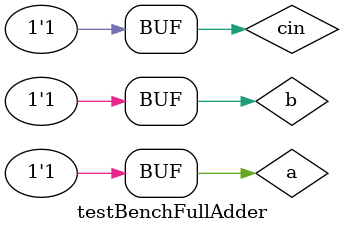
<source format=sv>
`timescale 1ns / 1ps


module testBenchFullAdder();

logic a, b, cin, s, cout;

fullAdder dut (a,b,cin,s,cout);

initial begin
 a = 0; b = 0; cin = 0; #10;
 cin = 1; #10;
 b = 1; cin = 0; #10;
 cin = 1; #10;
 a = 1; b = 0; cin = 0; #10;
 cin = 1; #10;
 b = 1; cin = 0; #10;
 cin = 1; #10;

end 
endmodule

</source>
